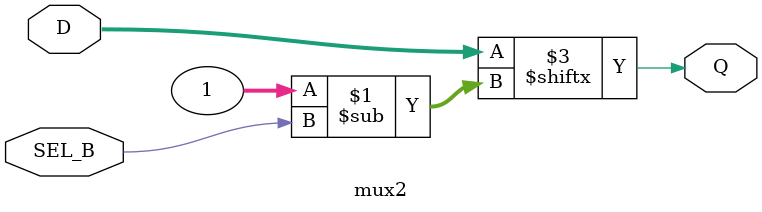
<source format=v>


`define MEM_SIZE 2048
`define FAKE_RD_TRIG_DLY 20

module fake_rd 
  (
   input wire ENABLE,
   input wire LOCAL_CLK,
   input wire CLK120,
   input wire TRIGGER,
   input wire[11:0] RD_DATA,
   input wire[23:0] ADC_DATA,
  
   output wire XFR_CLK,
   output reg SERIAL_OUT0,
   output reg SERIAL_OUT1,
   output reg[10:0] RD_ADDR,
   output reg[10:0] WRT_ADDR,
   output reg[11:0] WRT_DATA,
   output reg WE,
   output reg RE,
   output reg DBG1,
   output reg DBG2,
   output reg DBG3,
   output reg DBG4
   );

   reg [3:0]  BIT_COUNT;
   reg [11:0] DATA0;
   reg [11:0] DATA1;
   reg        PARITY0;
   reg        PARITY1;
   reg [15:0] WORD_COUNT;
   wire       LOCAL_TRIGGER;
   wire       LOCAL_ENABLE;
   reg        EMAB;
   reg        ENABLE_XFR;
   reg        PRE_ENABLE1;
   reg        PRE_ENABLE2;
   reg        PRE_ENABLE3;
   reg        NO_CLK;
   reg        LOCAL_TRIG_DLYD;
   reg        TRIG_EDGE;
   reg        PREV_TRIGGER;
   wire       ENABLE_XFR120;
   wire       STRETCH_TRIG;
   reg [`FAKE_RD_TRIG_DLY-1:0] TRIG_DLYD;
   
   
   
   rd_synchronizer enable_sync(.ASYNC_IN(ENABLE),
                               .CLK(LOCAL_CLK),
                               .SYNC_OUT(LOCAL_ENABLE));
   rd_synchronizer trig_sync(.ASYNC_IN(STRETCH_TRIG),
                             .CLK(LOCAL_CLK),
                             .SYNC_OUT(LOCAL_TRIGGER));
   rd_synchronizer xfr_sync(.ASYNC_IN(ENABLE_XFR),
                             .CLK(CLK120),
                             .SYNC_OUT(ENABLE_XFR120));
   rd_stretch str_trig(.IN(TRIG_EDGE), .CLK(CLK120), .OUT(STRETCH_TRIG));
   

   // Gated clock
   mux2 clk(.SEL_B(ENABLE_XFR|PRE_ENABLE1|PRE_ENABLE2|PRE_ENABLE3),
            .D({NO_CLK,~LOCAL_CLK}),.Q(XFR_CLK));

   always @(posedge CLK120)
     begin
        TRIG_EDGE <= TRIGGER & ~PREV_TRIGGER;
        PREV_TRIGGER <= TRIGGER;
        if (~ENABLE)
          begin
             WRT_ADDR <= 0;
             WE <= 0;
          end
        else
          begin
             if (~ENABLE_XFR120)
               begin
                  WRT_DATA[11:0] <= ADC_DATA[23:12];
//                  WRT_DATA[11:0] <= ADC_DATA[11:0];
                  WRT_ADDR <= WRT_ADDR+1;
                  WE <= 1;
               end
             else
               WE <= 0;
          end // else: !if(~ENABLE)
        DBG1 <= WE;
        DBG4 <= STRETCH_TRIG;
     end
             
            
   always @(posedge LOCAL_CLK)
     begin
        NO_CLK <= 1;
        DBG2 <= DATA0[0];
        DBG3 <= RE;
        
        // Reset registers if not enabled
        if (~LOCAL_ENABLE)
          begin
             ENABLE_XFR <= 0;
             PRE_ENABLE1 <= 0;
             PRE_ENABLE2 <= 0;
             PRE_ENABLE3 <= 0;
             SERIAL_OUT0 <= 1;
             SERIAL_OUT1 <= 1;
             RD_ADDR <= 0;
          end
        else
          begin
             // Delay trigger by some clock cycles to be more realistic
             TRIG_DLYD <= {TRIG_DLYD[`FAKE_RD_TRIG_DLY-2:0], LOCAL_TRIGGER};
             LOCAL_TRIG_DLYD <= TRIG_DLYD[`FAKE_RD_TRIG_DLY-1];

             // Look for trigger to enable transfer of data
             if (LOCAL_TRIG_DLYD & ~ENABLE_XFR)
               begin
                  PRE_ENABLE1 <= 1;
                  DATA0 <= 0;
                  DATA1 <= 0;
                  WORD_COUNT <= 0;
                  BIT_COUNT <= 0;
                  PARITY0 <= 0;
                  PARITY1 <= 0;
                  SERIAL_OUT0 <= 1;
                  SERIAL_OUT1 <= 1;
               end // if (TRIGGER & ~ENABLE_XFR)

             // Add extra clock cycles before start of data transfer
             if (PRE_ENABLE1)
               begin
                  PRE_ENABLE2 <= 1;
                  PRE_ENABLE1 <= 0;
               end 
             if (PRE_ENABLE2)
               begin
                  PRE_ENABLE3 <= 1;
                  PRE_ENABLE2 <= 0;
               end 
             if (PRE_ENABLE3)
               begin
                  ENABLE_XFR <= 1;
                  PRE_ENABLE3 <= 0;
// Crossing clock domains ... but WRT_ADDR should be stable here
                  RD_ADDR <= WRT_ADDR;
               end 
             if (ENABLE_XFR)
               begin
                  RE <= 1;
                  if (WORD_COUNT < `MEM_SIZE)
                    begin
                       if (BIT_COUNT == 12)
                         begin
                            RD_ADDR <= RD_ADDR+1;
                            DATA0 <= RD_DATA;
                            DATA1 <= DATA1-1;
                            WORD_COUNT <= WORD_COUNT+1;
                            SERIAL_OUT0 <= ~PARITY0;
                            SERIAL_OUT1 <= ~PARITY1;
                            BIT_COUNT <= 0;
                            PARITY0 <= 0;
                            PARITY1 <= 0;
                         end
                       if (BIT_COUNT < 12)  
                         begin
                            SERIAL_OUT0 <= DATA0[11-BIT_COUNT];
                            SERIAL_OUT1 <= DATA1[11-BIT_COUNT];
                            PARITY0 <= PARITY0+DATA0[11-BIT_COUNT];
                            PARITY1 <= PARITY1+DATA1[11-BIT_COUNT];
                            BIT_COUNT <= BIT_COUNT+1;
                         end
                    end // if (WORD_COUNT < `MEM_SIZE)
                  else begin
                     RE <= 0;
                     SERIAL_OUT0 <= 1;
                     SERIAL_OUT1 <= 1;
                     BIT_COUNT <= BIT_COUNT+1;
                     // If reach word count, then terminate transfer
                     // kludge to add extra clock cycles at end of transfer
                     if (BIT_COUNT >= 11)
                       ENABLE_XFR <= 0;
                  end
               end // if (ENABLE_XFR)
          end 
     end  
endmodule  

// 2 to 1 mux

module mux2
  (
   input SEL_B,
   input [0:1] D,
   output wire Q
   );
   
   assign Q = D[SEL_B];

endmodule

</source>
